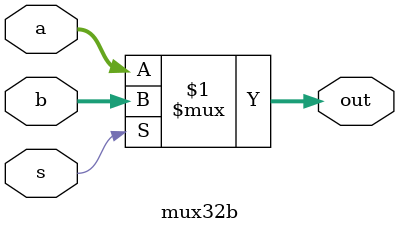
<source format=v>
`timescale 1ns / 1ps


module mux32b(
    output [31:0] out,
    input  s,
    input [31:0] a,b
    );
    assign out=(s)?b:a;
endmodule

</source>
